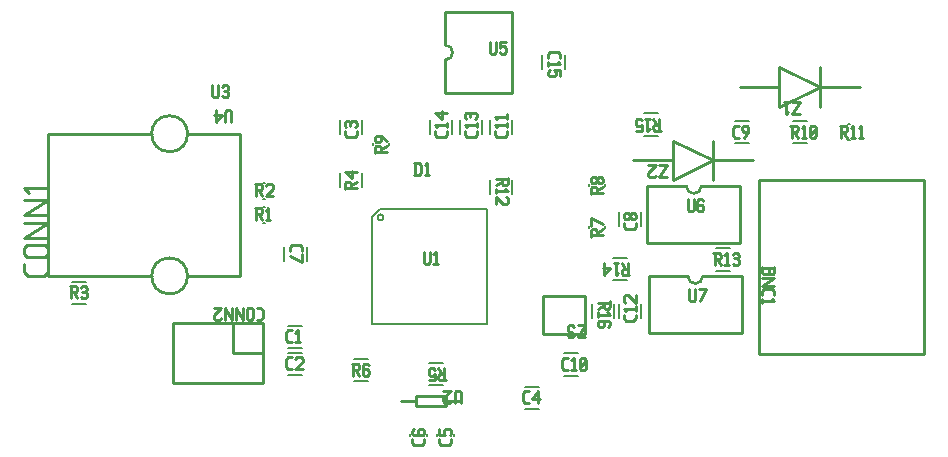
<source format=gbr>
G04 start of page 8 for group -4079 idx -4079 *
G04 Title: (unknown), topsilk *
G04 Creator: pcb 1.99z *
G04 CreationDate: Wed 25 Sep 2013 08:10:55 PM GMT UTC *
G04 For: commonadmin *
G04 Format: Gerber/RS-274X *
G04 PCB-Dimensions: 600000 500000 *
G04 PCB-Coordinate-Origin: lower left *
%MOIN*%
%FSLAX25Y25*%
%LNTOPSILK*%
%ADD87C,0.0080*%
%ADD86C,0.0100*%
G54D86*X11500Y74500D02*X46000D01*
X11500Y121900D02*Y74500D01*
Y121900D02*X46000D01*
X58000Y74500D02*X75500D01*
Y121900D02*Y74500D01*
X58000Y121900D02*X75500D01*
X52000Y68500D02*G75*G03X52000Y68500I0J6000D01*G01*
Y115900D02*G75*G03X52000Y115900I0J6000D01*G01*
X53000Y58900D02*X83000D01*
X53000D02*Y38900D01*
X83000D01*
Y58900D02*Y38900D01*
X73000Y58900D02*Y48900D01*
X83000D01*
G54D87*X19543Y72640D02*X24267D01*
X19543Y65160D02*X24267D01*
X91543Y57940D02*X96267D01*
X91543Y50460D02*X96267D01*
X91543Y48940D02*X96267D01*
X91543Y41460D02*X96267D01*
X97740Y84167D02*Y79443D01*
X90260Y84167D02*Y79443D01*
X83150Y97655D02*X83936D01*
X83150Y92145D02*X83936D01*
X83150Y105655D02*X83936D01*
X83150Y100145D02*X83936D01*
G54D86*X144000Y32900D02*X149000D01*
X129000D02*X134000D01*
Y31300D02*X144000D01*
X134000Y34500D02*Y31300D01*
Y34500D02*X144000D01*
Y31300D01*
G54D87*X113548Y46865D02*X118272D01*
X113548Y39385D02*X118272D01*
X141245Y21836D02*Y21050D01*
X146755Y21836D02*Y21050D01*
X132245Y21836D02*Y21050D01*
X137755Y21836D02*Y21050D01*
X138543Y38160D02*X143267D01*
X138543Y45640D02*X143267D01*
X170543Y37640D02*X175267D01*
X170543Y30160D02*X175267D01*
X183543Y48740D02*X188267D01*
X183543Y41260D02*X188267D01*
X158760Y126457D02*Y121733D01*
X166240Y126457D02*Y121733D01*
X119745Y118936D02*Y118150D01*
X125255Y118936D02*Y118150D01*
X108760Y126457D02*Y121733D01*
X116240Y126457D02*Y121733D01*
X108760Y108957D02*Y104233D01*
X116240Y108957D02*Y104233D01*
G54D86*X143800Y146500D02*Y135500D01*
Y162500D02*Y151500D01*
Y162500D02*X166200D01*
Y135500D01*
X143800D02*X166200D01*
X143800Y146500D02*G75*G03X143800Y151500I0J2500D01*G01*
G54D87*X148760Y126457D02*Y121733D01*
X156240Y126457D02*Y121733D01*
X138760Y126457D02*Y121733D01*
X146240Y126457D02*Y121733D01*
X166240Y106457D02*Y101733D01*
X158760Y106457D02*Y101733D01*
X122300Y96933D02*X157970D01*
Y58363D01*
X119400D02*X157970D01*
X119400Y94033D02*Y58363D01*
Y94033D02*X122300Y96933D01*
X121300Y94033D02*G75*G03X121300Y94033I1000J0D01*G01*
X183740Y148267D02*Y143543D01*
X176260Y148267D02*Y143543D01*
X199718Y73134D02*X204442D01*
X199718Y80614D02*X204442D01*
X201745Y65141D02*Y60417D01*
X209225Y65141D02*Y60417D01*
X200240Y65267D02*Y60543D01*
X192760Y65267D02*Y60543D01*
G54D86*X211750Y74500D02*Y55500D01*
X242750D01*
Y74500D01*
X211750D02*X224750D01*
X242750D02*X229750D01*
X224750D02*G75*G03X229750Y74500I2500J0D01*G01*
X248500Y106500D02*X303500D01*
Y48500D01*
X248500D01*
Y106500D01*
G54D87*X234043Y83740D02*X238767D01*
X234043Y76260D02*X238767D01*
X201760Y95767D02*Y91043D01*
X209240Y95767D02*Y91043D01*
X191745Y91160D02*Y90374D01*
X197255Y91160D02*Y90374D01*
X191745Y105246D02*Y104460D01*
X197255Y105246D02*Y104460D01*
G54D86*X211250Y104500D02*Y85500D01*
X242250D01*
Y104500D01*
X211250D02*X224250D01*
X242250D02*X229250D01*
X224250D02*G75*G03X229250Y104500I2500J0D01*G01*
G54D87*X210233Y121260D02*X214957D01*
X210233Y128740D02*X214957D01*
G54D86*X268700Y137500D02*X282000D01*
X242000D02*X255300D01*
X268700D02*X255300Y130900D01*
Y144100D02*Y130900D01*
Y144100D02*X268700Y137500D01*
Y144100D02*Y130900D01*
G54D87*X259732Y126240D02*X264456D01*
X259732Y118760D02*X264456D01*
X278064Y125255D02*X278850D01*
X278064Y119745D02*X278850D01*
G54D86*X233200Y113000D02*X246500D01*
X206500D02*X219800D01*
X233200D02*X219800Y106400D01*
Y119600D02*Y106400D01*
Y119600D02*X233200Y113000D01*
Y119600D02*Y106400D01*
G54D87*X240543Y126240D02*X245267D01*
X240543Y118760D02*X245267D01*
G54D86*X176600Y67800D02*X190500D01*
X176600D02*Y55000D01*
X190500D01*
Y67800D02*Y55000D01*
X149000Y35800D02*Y32300D01*
Y35800D02*X148500Y36300D01*
X147500D02*X148500D01*
X147500D02*X147000Y35800D01*
Y32300D01*
X145800Y32800D02*X145300Y32300D01*
X143800D02*X145300D01*
X143800D02*X143300Y32800D01*
Y33800D02*Y32800D01*
X145800Y36300D02*X143300Y33800D01*
Y36300D02*X145800D01*
X170455Y32050D02*X171755D01*
X169755Y32750D02*X170455Y32050D01*
X169755Y35350D02*Y32750D01*
Y35350D02*X170455Y36050D01*
X171755D01*
X172955Y33550D02*X174955Y36050D01*
X172955Y33550D02*X175455D01*
X174955Y36050D02*Y32050D01*
X145850Y20293D02*Y18993D01*
X145150Y18293D02*X145850Y18993D01*
X142550Y18293D02*X145150D01*
X142550D02*X141850Y18993D01*
Y20293D02*Y18993D01*
Y23493D02*Y21493D01*
X143850D01*
X143350Y21993D01*
Y22993D02*Y21993D01*
Y22993D02*X143850Y23493D01*
X145350D01*
X145850Y22993D02*X145350Y23493D01*
X145850Y22993D02*Y21993D01*
X145350Y21493D02*X145850Y21993D01*
X136850Y20293D02*Y18993D01*
X136150Y18293D02*X136850Y18993D01*
X133550Y18293D02*X136150D01*
X133550D02*X132850Y18993D01*
Y20293D02*Y18993D01*
Y22993D02*X133350Y23493D01*
X132850Y22993D02*Y21993D01*
X133350Y21493D02*X132850Y21993D01*
X133350Y21493D02*X136350D01*
X136850Y21993D01*
X134650Y22993D02*X135150Y23493D01*
X134650Y22993D02*Y21493D01*
X136850Y22993D02*Y21993D01*
Y22993D02*X136350Y23493D01*
X135150D02*X136350D01*
X112760Y45275D02*X114760D01*
X115260Y44775D01*
Y43775D01*
X114760Y43275D02*X115260Y43775D01*
X113260Y43275D02*X114760D01*
X113260Y45275D02*Y41275D01*
X114060Y43275D02*X115260Y41275D01*
X117960Y45275D02*X118460Y44775D01*
X116960Y45275D02*X117960D01*
X116460Y44775D02*X116960Y45275D01*
X116460Y44775D02*Y41775D01*
X116960Y41275D01*
X117960Y43475D02*X118460Y42975D01*
X116460Y43475D02*X117960D01*
X116960Y41275D02*X117960D01*
X118460Y41775D01*
Y42975D02*Y41775D01*
X142055Y39750D02*X144055D01*
X142055D02*X141555Y40250D01*
Y41250D02*Y40250D01*
X142055Y41750D02*X141555Y41250D01*
X142055Y41750D02*X143555D01*
Y43750D02*Y39750D01*
X142755Y41750D02*X141555Y43750D01*
X138355Y39750D02*X140355D01*
Y41750D02*Y39750D01*
Y41750D02*X139855Y41250D01*
X138855D02*X139855D01*
X138855D02*X138355Y41750D01*
Y43250D02*Y41750D01*
X138855Y43750D02*X138355Y43250D01*
X138855Y43750D02*X139855D01*
X140355Y43250D02*X139855Y43750D01*
X183455Y43150D02*X184755D01*
X182755Y43850D02*X183455Y43150D01*
X182755Y46450D02*Y43850D01*
Y46450D02*X183455Y47150D01*
X184755D01*
X185955Y46350D02*X186755Y47150D01*
Y43150D01*
X185955D02*X187455D01*
X188655Y43650D02*X189155Y43150D01*
X188655Y46650D02*Y43650D01*
Y46650D02*X189155Y47150D01*
X190155D01*
X190655Y46650D01*
Y43650D01*
X190155Y43150D02*X190655Y43650D01*
X189155Y43150D02*X190155D01*
X188655Y44150D02*X190655Y46150D01*
X72591Y129250D02*Y125750D01*
Y129250D02*X72091Y129750D01*
X71091D02*X72091D01*
X71091D02*X70591Y129250D01*
Y125750D01*
X69391Y128250D02*X67391Y125750D01*
X66891Y128250D02*X69391D01*
X67391Y129750D02*Y125750D01*
X66291Y138050D02*Y134550D01*
X66791Y134050D01*
X67791D01*
X68291Y134550D01*
Y138050D02*Y134550D01*
X69491Y137550D02*X69991Y138050D01*
X70991D01*
X71491Y137550D01*
X70991Y134050D02*X71491Y134550D01*
X69991Y134050D02*X70991D01*
X69491Y134550D02*X69991Y134050D01*
Y136250D02*X70991D01*
X71491Y137550D02*Y136750D01*
Y135750D02*Y134550D01*
Y135750D02*X70991Y136250D01*
X71491Y136750D02*X70991Y136250D01*
X11500Y78500D02*Y75900D01*
X10100Y74500D02*X11500Y75900D01*
X4900Y74500D02*X10100D01*
X4900D02*X3500Y75900D01*
Y78500D02*Y75900D01*
X4500Y80900D02*X10500D01*
X4500D02*X3500Y81900D01*
Y83900D02*Y81900D01*
Y83900D02*X4500Y84900D01*
X10500D01*
X11500Y83900D02*X10500Y84900D01*
X11500Y83900D02*Y81900D01*
X10500Y80900D02*X11500Y81900D01*
X3500Y87300D02*X11500D01*
X3500D02*X11500Y92300D01*
X3500D02*X11500D01*
X3500Y94700D02*X11500D01*
X3500D02*X11500Y99700D01*
X3500D02*X11500D01*
X5100Y102100D02*X3500Y103700D01*
X11500D01*
Y105100D02*Y102100D01*
X81000Y63900D02*X82300D01*
X83000Y63200D02*X82300Y63900D01*
X83000Y63200D02*Y60600D01*
X82300Y59900D01*
X81000D02*X82300D01*
X79800Y63400D02*Y60400D01*
X79300Y59900D01*
X78300D02*X79300D01*
X78300D02*X77800Y60400D01*
Y63400D02*Y60400D01*
X78300Y63900D02*X77800Y63400D01*
X78300Y63900D02*X79300D01*
X79800Y63400D02*X79300Y63900D01*
X76600D02*Y59900D01*
X74100Y63900D01*
Y59900D01*
X72900Y63900D02*Y59900D01*
X70400Y63900D01*
Y59900D01*
X69200Y60400D02*X68700Y59900D01*
X67200D02*X68700D01*
X67200D02*X66700Y60400D01*
Y61400D02*Y60400D01*
X69200Y63900D02*X66700Y61400D01*
Y63900D02*X69200D01*
X18755Y71050D02*X20755D01*
X21255Y70550D01*
Y69550D01*
X20755Y69050D02*X21255Y69550D01*
X19255Y69050D02*X20755D01*
X19255Y71050D02*Y67050D01*
X20055Y69050D02*X21255Y67050D01*
X22455Y70550D02*X22955Y71050D01*
X23955D01*
X24455Y70550D01*
X23955Y67050D02*X24455Y67550D01*
X22955Y67050D02*X23955D01*
X22455Y67550D02*X22955Y67050D01*
Y69250D02*X23955D01*
X24455Y70550D02*Y69750D01*
Y68750D02*Y67550D01*
Y68750D02*X23955Y69250D01*
X24455Y69750D02*X23955Y69250D01*
X91455Y52350D02*X92755D01*
X90755Y53050D02*X91455Y52350D01*
X90755Y55650D02*Y53050D01*
Y55650D02*X91455Y56350D01*
X92755D01*
X93955Y55550D02*X94755Y56350D01*
Y52350D01*
X93955D02*X95455D01*
X91455Y43350D02*X92755D01*
X90755Y44050D02*X91455Y43350D01*
X90755Y46650D02*Y44050D01*
Y46650D02*X91455Y47350D01*
X92755D01*
X93955Y46850D02*X94455Y47350D01*
X95955D01*
X96455Y46850D01*
Y45850D01*
X93955Y43350D02*X96455Y45850D01*
X93955Y43350D02*X96455D01*
X92150Y84255D02*Y82955D01*
X92850Y84955D02*X92150Y84255D01*
X92850Y84955D02*X95450D01*
X96150Y84255D01*
Y82955D01*
X92150Y81255D02*X96150Y79255D01*
Y81755D02*Y79255D01*
X80393Y97050D02*X82393D01*
X82893Y96550D01*
Y95550D01*
X82393Y95050D02*X82893Y95550D01*
X80893Y95050D02*X82393D01*
X80893Y97050D02*Y93050D01*
X81693Y95050D02*X82893Y93050D01*
X84093Y96250D02*X84893Y97050D01*
Y93050D01*
X84093D02*X85593D01*
X80393Y105050D02*X82393D01*
X82893Y104550D01*
Y103550D01*
X82393Y103050D02*X82893Y103550D01*
X80893Y103050D02*X82393D01*
X80893Y105050D02*Y101050D01*
X81693Y103050D02*X82893Y101050D01*
X84093Y104550D02*X84593Y105050D01*
X86093D01*
X86593Y104550D01*
Y103550D01*
X84093Y101050D02*X86593Y103550D01*
X84093Y101050D02*X86593D01*
X164350Y122945D02*Y121645D01*
X163650Y120945D02*X164350Y121645D01*
X161050Y120945D02*X163650D01*
X161050D02*X160350Y121645D01*
Y122945D02*Y121645D01*
X161150Y124145D02*X160350Y124945D01*
X164350D01*
Y125645D02*Y124145D01*
X161150Y126845D02*X160350Y127645D01*
X164350D01*
Y128345D02*Y126845D01*
X213745Y122850D02*X215745D01*
X213745D02*X213245Y123350D01*
Y124350D02*Y123350D01*
X213745Y124850D02*X213245Y124350D01*
X213745Y124850D02*X215245D01*
Y126850D02*Y122850D01*
X214445Y124850D02*X213245Y126850D01*
X212045Y123650D02*X211245Y122850D01*
Y126850D02*Y122850D01*
X210545Y126850D02*X212045D01*
X207345Y122850D02*X209345D01*
Y124850D02*Y122850D01*
Y124850D02*X208845Y124350D01*
X207845D02*X208845D01*
X207845D02*X207345Y124850D01*
Y126350D02*Y124850D01*
X207845Y126850D02*X207345Y126350D01*
X207845Y126850D02*X208845D01*
X209345Y126350D02*X208845Y126850D01*
X120350Y117393D02*Y115393D01*
Y117393D02*X120850Y117893D01*
X121850D01*
X122350Y117393D02*X121850Y117893D01*
X122350Y117393D02*Y115893D01*
X120350D02*X124350D01*
X122350Y116693D02*X124350Y117893D01*
Y119593D02*X122350Y121093D01*
X120850D02*X122350D01*
X120350Y120593D02*X120850Y121093D01*
X120350Y120593D02*Y119593D01*
X120850Y119093D02*X120350Y119593D01*
X120850Y119093D02*X121850D01*
X122350Y119593D01*
Y121093D02*Y119593D01*
X114350Y122945D02*Y121645D01*
X113650Y120945D02*X114350Y121645D01*
X111050Y120945D02*X113650D01*
X111050D02*X110350Y121645D01*
Y122945D02*Y121645D01*
X110850Y124145D02*X110350Y124645D01*
Y125645D02*Y124645D01*
Y125645D02*X110850Y126145D01*
X114350Y125645D02*X113850Y126145D01*
X114350Y125645D02*Y124645D01*
X113850Y124145D02*X114350Y124645D01*
X112150Y125645D02*Y124645D01*
X110850Y126145D02*X111650D01*
X112650D02*X113850D01*
X112650D02*X112150Y125645D01*
X111650Y126145D02*X112150Y125645D01*
X110350Y105445D02*Y103445D01*
Y105445D02*X110850Y105945D01*
X111850D01*
X112350Y105445D02*X111850Y105945D01*
X112350Y105445D02*Y103945D01*
X110350D02*X114350D01*
X112350Y104745D02*X114350Y105945D01*
X112850Y107145D02*X110350Y109145D01*
X112850Y109645D02*Y107145D01*
X110350Y109145D02*X114350D01*
X178150Y148355D02*Y147055D01*
X178850Y149055D02*X178150Y148355D01*
X178850Y149055D02*X181450D01*
X182150Y148355D01*
Y147055D01*
X181350Y145855D02*X182150Y145055D01*
X178150D02*X182150D01*
X178150Y145855D02*Y144355D01*
X182150Y143155D02*Y141155D01*
X180150Y143155D02*X182150D01*
X180150D02*X180650Y142655D01*
Y141655D01*
X180150Y141155D01*
X178650D02*X180150D01*
X178150Y141655D02*X178650Y141155D01*
X178150Y142655D02*Y141655D01*
X178650Y143155D02*X178150Y142655D01*
X158800Y152500D02*Y149000D01*
X159300Y148500D01*
X160300D01*
X160800Y149000D01*
Y152500D02*Y149000D01*
X162000Y152500D02*X164000D01*
X162000D02*Y150500D01*
X162500Y151000D01*
X163500D01*
X164000Y150500D01*
Y149000D01*
X163500Y148500D02*X164000Y149000D01*
X162500Y148500D02*X163500D01*
X162000Y149000D02*X162500Y148500D01*
X133924Y112150D02*Y108150D01*
X135224Y112150D02*X135924Y111450D01*
Y108850D01*
X135224Y108150D02*X135924Y108850D01*
X133424Y108150D02*X135224D01*
X133424Y112150D02*X135224D01*
X137124Y111350D02*X137924Y112150D01*
Y108150D01*
X137124D02*X138624D01*
X154350Y122945D02*Y121645D01*
X153650Y120945D02*X154350Y121645D01*
X151050Y120945D02*X153650D01*
X151050D02*X150350Y121645D01*
Y122945D02*Y121645D01*
X151150Y124145D02*X150350Y124945D01*
X154350D01*
Y125645D02*Y124145D01*
X150850Y126845D02*X150350Y127345D01*
Y128345D02*Y127345D01*
Y128345D02*X150850Y128845D01*
X154350Y128345D02*X153850Y128845D01*
X154350Y128345D02*Y127345D01*
X153850Y126845D02*X154350Y127345D01*
X152150Y128345D02*Y127345D01*
X150850Y128845D02*X151650D01*
X152650D02*X153850D01*
X152650D02*X152150Y128345D01*
X151650Y128845D02*X152150Y128345D01*
X144350Y122945D02*Y121645D01*
X143650Y120945D02*X144350Y121645D01*
X141050Y120945D02*X143650D01*
X141050D02*X140350Y121645D01*
Y122945D02*Y121645D01*
X141150Y124145D02*X140350Y124945D01*
X144350D01*
Y125645D02*Y124145D01*
X142850Y126845D02*X140350Y128845D01*
X142850Y129345D02*Y126845D01*
X140350Y128845D02*X144350D01*
X164650Y107245D02*Y105245D01*
X164150Y104745D01*
X163150D02*X164150D01*
X162650Y105245D02*X163150Y104745D01*
X162650Y106745D02*Y105245D01*
X160650Y106745D02*X164650D01*
X162650Y105945D02*X160650Y104745D01*
X163850Y103545D02*X164650Y102745D01*
X160650D02*X164650D01*
X160650Y103545D02*Y102045D01*
X164150Y100845D02*X164650Y100345D01*
Y98845D01*
X164150Y98345D01*
X163150D02*X164150D01*
X160650Y100845D02*X163150Y98345D01*
X160650Y100845D02*Y98345D01*
X136685Y82648D02*Y79148D01*
X137185Y78648D01*
X138185D01*
X138685Y79148D01*
Y82648D02*Y79148D01*
X139885Y81848D02*X140685Y82648D01*
Y78648D01*
X139885D02*X141385D01*
X203230Y74724D02*X205230D01*
X203230D02*X202730Y75224D01*
Y76224D02*Y75224D01*
X203230Y76724D02*X202730Y76224D01*
X203230Y76724D02*X204730D01*
Y78724D02*Y74724D01*
X203930Y76724D02*X202730Y78724D01*
X201530Y75524D02*X200730Y74724D01*
Y78724D02*Y74724D01*
X200030Y78724D02*X201530D01*
X198830Y77224D02*X196830Y74724D01*
X196330Y77224D02*X198830D01*
X196830Y78724D02*Y74724D01*
X207335Y61629D02*Y60329D01*
X206635Y59629D02*X207335Y60329D01*
X204035Y59629D02*X206635D01*
X204035D02*X203335Y60329D01*
Y61629D02*Y60329D01*
X204135Y62829D02*X203335Y63629D01*
X207335D01*
Y64329D02*Y62829D01*
X203835Y65529D02*X203335Y66029D01*
Y67529D02*Y66029D01*
Y67529D02*X203835Y68029D01*
X204835D01*
X207335Y65529D02*X204835Y68029D01*
X207335D02*Y65529D01*
X198650Y66055D02*Y64055D01*
X198150Y63555D01*
X197150D02*X198150D01*
X196650Y64055D02*X197150Y63555D01*
X196650Y65555D02*Y64055D01*
X194650Y65555D02*X198650D01*
X196650Y64755D02*X194650Y63555D01*
X197850Y62355D02*X198650Y61555D01*
X194650D02*X198650D01*
X194650Y62355D02*Y60855D01*
X198650Y58155D02*X198150Y57655D01*
X198650Y59155D02*Y58155D01*
X198150Y59655D02*X198650Y59155D01*
X195150Y59655D02*X198150D01*
X195150D02*X194650Y59155D01*
X196850Y58155D02*X196350Y57655D01*
X196850Y59655D02*Y58155D01*
X194650Y59155D02*Y58155D01*
X195150Y57655D01*
X196350D01*
X207350Y92255D02*Y90955D01*
X206650Y90255D02*X207350Y90955D01*
X204050Y90255D02*X206650D01*
X204050D02*X203350Y90955D01*
Y92255D02*Y90955D01*
X206850Y93455D02*X207350Y93955D01*
X206050Y93455D02*X206850D01*
X206050D02*X205350Y94155D01*
Y94755D02*Y94155D01*
Y94755D02*X206050Y95455D01*
X206850D01*
X207350Y94955D02*X206850Y95455D01*
X207350Y94955D02*Y93955D01*
X204650Y93455D02*X205350Y94155D01*
X203850Y93455D02*X204650D01*
X203850D02*X203350Y93955D01*
Y94955D02*Y93955D01*
Y94955D02*X203850Y95455D01*
X204650D01*
X205350Y94755D02*X204650Y95455D01*
X192350Y89617D02*Y87617D01*
Y89617D02*X192850Y90117D01*
X193850D01*
X194350Y89617D02*X193850Y90117D01*
X194350Y89617D02*Y88117D01*
X192350D02*X196350D01*
X194350Y88917D02*X196350Y90117D01*
Y91817D02*X192350Y93817D01*
Y91317D01*
Y103703D02*Y101703D01*
Y103703D02*X192850Y104203D01*
X193850D01*
X194350Y103703D02*X193850Y104203D01*
X194350Y103703D02*Y102203D01*
X192350D02*X196350D01*
X194350Y103003D02*X196350Y104203D01*
X195850Y105403D02*X196350Y105903D01*
X195050Y105403D02*X195850D01*
X195050D02*X194350Y106103D01*
Y106703D02*Y106103D01*
Y106703D02*X195050Y107403D01*
X195850D01*
X196350Y106903D02*X195850Y107403D01*
X196350Y106903D02*Y105903D01*
X193650Y105403D02*X194350Y106103D01*
X192850Y105403D02*X193650D01*
X192850D02*X192350Y105903D01*
Y106903D02*Y105903D01*
Y106903D02*X192850Y107403D01*
X193650D01*
X194350Y106703D02*X193650Y107403D01*
X215300Y107400D02*X217800D01*
Y111400D02*X215300Y107400D01*
Y111400D02*X217800D01*
X214100Y107900D02*X213600Y107400D01*
X212100D02*X213600D01*
X212100D02*X211600Y107900D01*
Y108900D02*Y107900D01*
X214100Y111400D02*X211600Y108900D01*
Y111400D02*X214100D01*
X233255Y82150D02*X235255D01*
X235755Y81650D01*
Y80650D01*
X235255Y80150D02*X235755Y80650D01*
X233755Y80150D02*X235255D01*
X233755Y82150D02*Y78150D01*
X234555Y80150D02*X235755Y78150D01*
X236955Y81350D02*X237755Y82150D01*
Y78150D01*
X236955D02*X238455D01*
X239655Y81650D02*X240155Y82150D01*
X241155D01*
X241655Y81650D01*
X241155Y78150D02*X241655Y78650D01*
X240155Y78150D02*X241155D01*
X239655Y78650D02*X240155Y78150D01*
Y80350D02*X241155D01*
X241655Y81650D02*Y80850D01*
Y79850D02*Y78650D01*
Y79850D02*X241155Y80350D01*
X241655Y80850D02*X241155Y80350D01*
X224750Y100000D02*Y96500D01*
X225250Y96000D01*
X226250D01*
X226750Y96500D01*
Y100000D02*Y96500D01*
X229450Y100000D02*X229950Y99500D01*
X228450Y100000D02*X229450D01*
X227950Y99500D02*X228450Y100000D01*
X227950Y99500D02*Y96500D01*
X228450Y96000D01*
X229450Y98200D02*X229950Y97700D01*
X227950Y98200D02*X229450D01*
X228450Y96000D02*X229450D01*
X229950Y96500D01*
Y97700D02*Y96500D01*
X240455Y120650D02*X241755D01*
X239755Y121350D02*X240455Y120650D01*
X239755Y123950D02*Y121350D01*
Y123950D02*X240455Y124650D01*
X241755D01*
X243455Y120650D02*X244955Y122650D01*
Y124150D02*Y122650D01*
X244455Y124650D02*X244955Y124150D01*
X243455Y124650D02*X244455D01*
X242955Y124150D02*X243455Y124650D01*
X242955Y124150D02*Y123150D01*
X243455Y122650D01*
X244955D01*
X188000Y54000D02*X190500D01*
Y58000D02*X188000Y54000D01*
Y58000D02*X190500D01*
X186800Y54500D02*X186300Y54000D01*
X185300D02*X186300D01*
X185300D02*X184800Y54500D01*
X185300Y58000D02*X184800Y57500D01*
X185300Y58000D02*X186300D01*
X186800Y57500D02*X186300Y58000D01*
X185300Y55800D02*X186300D01*
X184800Y55300D02*Y54500D01*
Y57500D02*Y56300D01*
X185300Y55800D01*
X184800Y55300D02*X185300Y55800D01*
X225250Y70000D02*Y66500D01*
X225750Y66000D01*
X226750D01*
X227250Y66500D01*
Y70000D02*Y66500D01*
X228950Y66000D02*X230950Y70000D01*
X228450D02*X230950D01*
X249500Y77500D02*Y75500D01*
X250000Y75000D01*
X251200D01*
X251700Y75500D02*X251200Y75000D01*
X251700Y77000D02*Y75500D01*
X249500Y77000D02*X253500D01*
Y77500D02*Y75500D01*
X253000Y75000D01*
X252200D02*X253000D01*
X251700Y75500D02*X252200Y75000D01*
X249500Y73800D02*X253500D01*
X249500Y71300D01*
X253500D01*
X249500Y69400D02*Y68100D01*
X250200Y70100D02*X249500Y69400D01*
X250200Y70100D02*X252800D01*
X253500Y69400D01*
Y68100D01*
X252700Y66900D02*X253500Y66100D01*
X249500D02*X253500D01*
X249500Y66900D02*Y65400D01*
X259500Y128500D02*X262000D01*
Y132500D02*X259500Y128500D01*
Y132500D02*X262000D01*
X258300Y129300D02*X257500Y128500D01*
Y132500D02*Y128500D01*
X256800Y132500D02*X258300D01*
X258944Y124650D02*X260944D01*
X261444Y124150D01*
Y123150D01*
X260944Y122650D02*X261444Y123150D01*
X259444Y122650D02*X260944D01*
X259444Y124650D02*Y120650D01*
X260244Y122650D02*X261444Y120650D01*
X262644Y123850D02*X263444Y124650D01*
Y120650D01*
X262644D02*X264144D01*
X265344Y121150D02*X265844Y120650D01*
X265344Y124150D02*Y121150D01*
Y124150D02*X265844Y124650D01*
X266844D01*
X267344Y124150D01*
Y121150D01*
X266844Y120650D02*X267344Y121150D01*
X265844Y120650D02*X266844D01*
X265344Y121650D02*X267344Y123650D01*
X275307Y124650D02*X277307D01*
X277807Y124150D01*
Y123150D01*
X277307Y122650D02*X277807Y123150D01*
X275807Y122650D02*X277307D01*
X275807Y124650D02*Y120650D01*
X276607Y122650D02*X277807Y120650D01*
X279007Y123850D02*X279807Y124650D01*
Y120650D01*
X279007D02*X280507D01*
X281707Y123850D02*X282507Y124650D01*
Y120650D01*
X281707D02*X283207D01*
M02*

</source>
